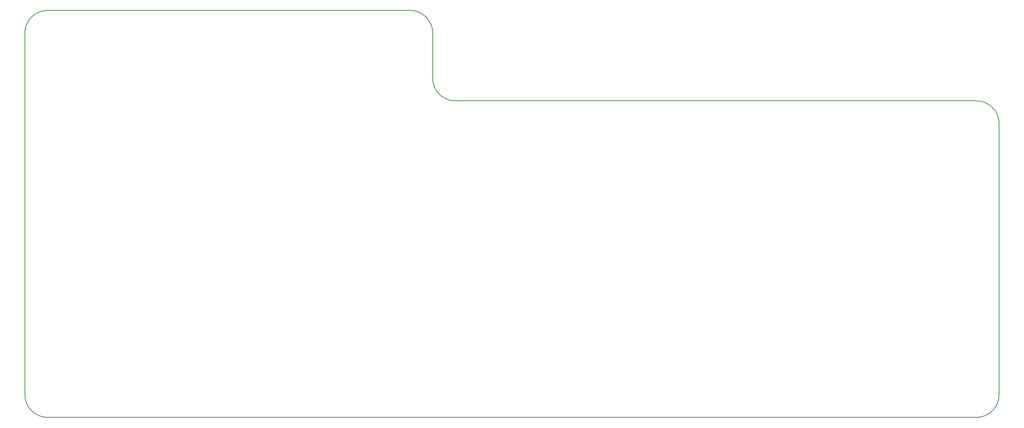
<source format=gm1>
%TF.GenerationSoftware,KiCad,Pcbnew,(6.0.0-rc1-172-gb8b8c0d34c)*%
%TF.CreationDate,2021-12-08T11:19:39-06:00*%
%TF.ProjectId,Motor Board,4d6f746f-7220-4426-9f61-72642e6b6963,rev?*%
%TF.SameCoordinates,Original*%
%TF.FileFunction,Profile,NP*%
%FSLAX46Y46*%
G04 Gerber Fmt 4.6, Leading zero omitted, Abs format (unit mm)*
G04 Created by KiCad (PCBNEW (6.0.0-rc1-172-gb8b8c0d34c)) date 2021-12-08 11:19:39*
%MOMM*%
%LPD*%
G01*
G04 APERTURE LIST*
%TA.AperFunction,Profile*%
%ADD10C,0.200000*%
%TD*%
G04 APERTURE END LIST*
D10*
X252000000Y-145999997D02*
G75*
G03*
X257000000Y-141000000I3J4999997D01*
G01*
X256999997Y-81000000D02*
G75*
G03*
X252000000Y-76000000I-4999997J3D01*
G01*
X132000003Y-71000000D02*
G75*
G03*
X137000000Y-76000000I4999997J-3D01*
G01*
X131999997Y-61000000D02*
G75*
G03*
X127000000Y-56000000I-4999997J3D01*
G01*
X47000000Y-56000003D02*
G75*
G03*
X42000000Y-61000000I-3J-4999997D01*
G01*
X42000003Y-141000000D02*
G75*
G03*
X47000000Y-146000000I4999997J-3D01*
G01*
X127000000Y-56000000D02*
X47000000Y-56000000D01*
X132000000Y-71000000D02*
X132000000Y-61000000D01*
X252000000Y-76000000D02*
X137000000Y-76000000D01*
X257000000Y-141000000D02*
X257000000Y-81000000D01*
X47000000Y-146000000D02*
X252000000Y-146000000D01*
X42000000Y-61000000D02*
X42000000Y-141000000D01*
M02*

</source>
